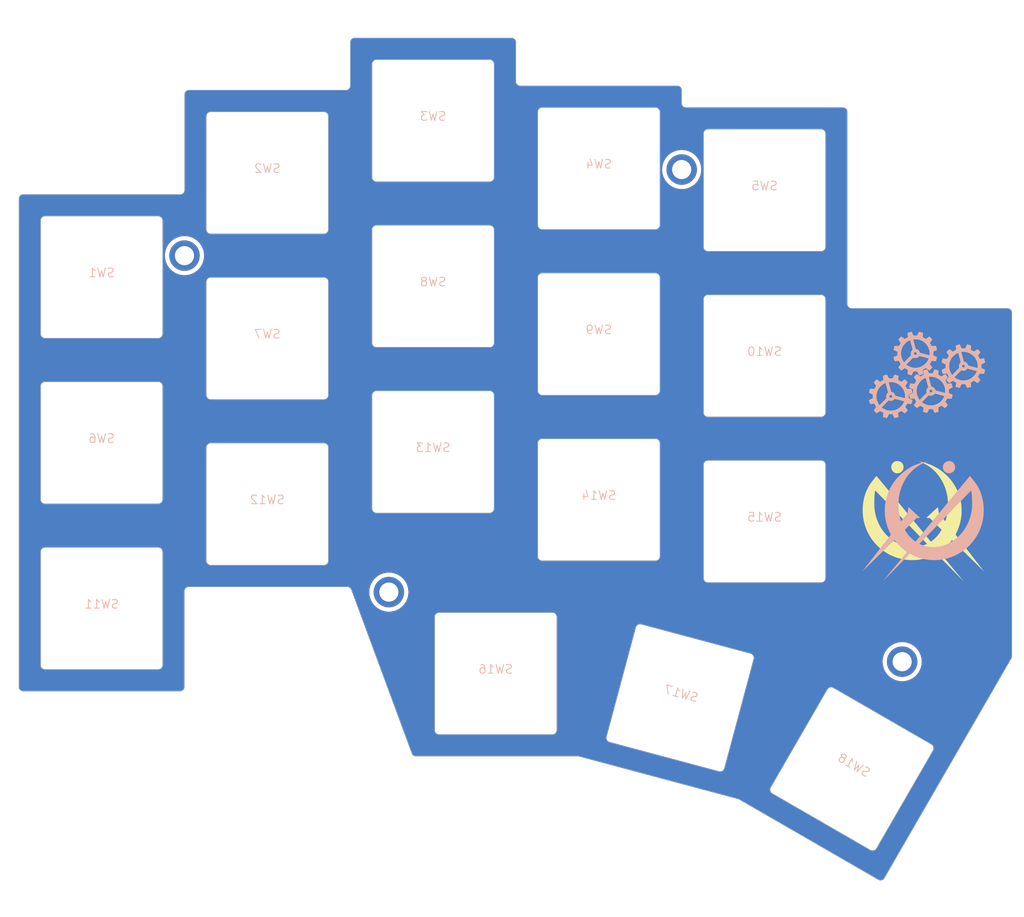
<source format=kicad_pcb>
(kicad_pcb (version 20241229) (generator "pcbnew") (generator_version "9.0")
  (layers (0 "F.Cu" signal) (2 "B.Cu" signal) (13 "F.Paste" user) (15 "B.Paste" user) (5 "F.SilkS" user "F.Silkscreen") (7 "B.SilkS" user "B.Silkscreen") (1 "F.Mask" user) (3 "B.Mask" user) (25 "Edge.Cuts" user))
  (net 0 "")
  (net 1 "GND")
  (footprint "MountingHole:MountingHole_2.2mm_M2_ISO7380_Pad" (layer "F.Cu") (at 186.542669 120.584892)
    (property "Reference" "H4" (hide yes))
    (property "Value" "MountingHole")
    (pad "1" thru_hole circle (at 0 0) (size 3.5 3.5) (drill 2.2) (layers "*.Cu" "*.Mask"))
  )
  (footprint "MountingHole:MountingHole_2.2mm_M2_ISO7380_Pad" (layer "F.Cu") (at 104.05061 73.887617)
    (property "Reference" "H1" (hide yes))
    (property "Value" "MountingHole")
    (pad "1" thru_hole circle (at 0 0) (size 3.5 3.5) (drill 2.2) (layers "*.Cu" "*.Mask"))
  )
  (footprint "MountingHole:MountingHole_2.2mm_M2_ISO7380_Pad" (layer "F.Cu") (at 127.542669 112.584892)
    (property "Reference" "H3" (hide yes))
    (property "Value" "MountingHole")
    (pad "1" thru_hole circle (at 0 0) (size 3.5 3.5) (drill 2.2) (layers "*.Cu" "*.Mask"))
  )
  (footprint "switch-plate:gears_silkscreen_double_sided" (layer "F.Cu") (at 189.5 87.5)
    (property "Reference" "G***" (hide yes))
    (property "Value" "LOGO" (hide yes))
  )
  (footprint "MountingHole:MountingHole_2.2mm_M2_ISO7380_Pad" (layer "F.Cu") (at 161.20061 63.984892)
    (property "Reference" "H2" (hide yes))
    (property "Value" "MountingHole")
    (pad "1" thru_hole circle (at 0 0) (size 3.5 3.5) (drill 2.2) (layers "*.Cu" "*.Mask"))
  )
  (footprint "switch-plate:copper_silkscreen_double_sided" (layer "F.Cu") (at 189 104.5)
    (property "Reference" "G***" (hide yes))
    (property "Value" "LOGO" (hide yes))
  )
  (footprint "switch-plate:Switch_Cut" (layer "B.Cu") (at 151.67561 82.912617 180)
    (property "Reference" "SW9" (at 0 0.5 0) (layer "B.SilkS") (effects (font (thickness 0.1)) (justify mirror)))
    (property "Value" "SW_Push")
    (fp_line (start 7 6.5) (end 7 -6.5) (stroke (width 0.05)) (layer "Edge.Cuts"))
    (fp_line (start 6.5 -7) (end -6.5 -7) (stroke (width 0.05)) (layer "Edge.Cuts"))
    (fp_line (start -6.5 7) (end 6.5 7) (stroke (width 0.05)) (layer "Edge.Cuts"))
    (fp_line (start -7 -6.5) (end -7 6.5) (stroke (width 0.05)) (layer "Edge.Cuts"))
    (fp_arc (start 7 6.5) (mid 6.853553 6.853553) (end 6.5 7) (stroke (width 0.05)) (layer "Edge.Cuts"))
    (fp_arc (start 6.5 -7) (mid 6.853553 -6.853553) (end 7 -6.5) (stroke (width 0.05)) (layer "Edge.Cuts"))
    (fp_arc (start -6.5 7) (mid -6.853553 6.853553) (end -7 6.5) (stroke (width 0.05)) (layer "Edge.Cuts"))
    (fp_arc (start -7 -6.5) (mid -6.853553 -6.853553) (end -6.5 -7) (stroke (width 0.05)) (layer "Edge.Cuts"))
  )
  (footprint "switch-plate:Switch_Cut" (layer "B.Cu") (at 151.67561 63.862617 180)
    (property "Reference" "SW4" (at 0 0.5 0) (layer "B.SilkS") (effects (font (thickness 0.1)) (justify mirror)))
    (property "Value" "SW_Push")
    (fp_line (start 7 6.5) (end 7 -6.5) (stroke (width 0.05)) (layer "Edge.Cuts"))
    (fp_line (start 6.5 -7) (end -6.5 -7) (stroke (width 0.05)) (layer "Edge.Cuts"))
    (fp_line (start -6.5 7) (end 6.5 7) (stroke (width 0.05)) (layer "Edge.Cuts"))
    (fp_line (start -7 -6.5) (end -7 6.5) (stroke (width 0.05)) (layer "Edge.Cuts"))
    (fp_arc (start 7 6.5) (mid 6.853553 6.853553) (end 6.5 7) (stroke (width 0.05)) (layer "Edge.Cuts"))
    (fp_arc (start 6.5 -7) (mid 6.853553 -6.853553) (end 7 -6.5) (stroke (width 0.05)) (layer "Edge.Cuts"))
    (fp_arc (start -6.5 7) (mid -6.853553 6.853553) (end -7 6.5) (stroke (width 0.05)) (layer "Edge.Cuts"))
    (fp_arc (start -7 -6.5) (mid -6.853553 -6.853553) (end -6.5 -7) (stroke (width 0.05)) (layer "Edge.Cuts"))
  )
  (footprint "switch-plate:Switch_Cut" (layer "B.Cu") (at 180.76361 132.921617 150)
    (property "Reference" "SW18" (at 0 0.5 330) (layer "B.SilkS") (effects (font (thickness 0.1)) (justify mirror)))
    (property "Value" "SW_Push")
    (fp_line (start 6.5 -7) (end -6.5 -7) (stroke (width 0.05)) (layer "Edge.Cuts"))
    (fp_line (start 7 6.5) (end 7 -6.5) (stroke (width 0.05)) (layer "Edge.Cuts"))
    (fp_line (start -7 -6.5) (end -7 6.5) (stroke (width 0.05)) (layer "Edge.Cuts"))
    (fp_line (start -6.5 7) (end 6.5 7) (stroke (width 0.05)) (layer "Edge.Cuts"))
    (fp_arc (start 6.5 -7) (mid 6.853553 -6.853554) (end 7 -6.5) (stroke (width 0.05)) (layer "Edge.Cuts"))
    (fp_arc (start 7 6.5) (mid 6.853554 6.853553) (end 6.5 7) (stroke (width 0.05)) (layer "Edge.Cuts"))
    (fp_arc (start -7 -6.5) (mid -6.853554 -6.853553) (end -6.5 -7) (stroke (width 0.05)) (layer "Edge.Cuts"))
    (fp_arc (start -6.5 7) (mid -6.853553 6.853554) (end -7 6.5) (stroke (width 0.05)) (layer "Edge.Cuts"))
  )
  (footprint "switch-plate:Switch_Cut" (layer "B.Cu") (at 94.52561 95.412617 180)
    (property "Reference" "SW6" (at 0 0.5 0) (layer "B.SilkS") (effects (font (thickness 0.1)) (justify mirror)))
    (property "Value" "SW_Push")
    (fp_line (start 7 6.5) (end 7 -6.5) (stroke (width 0.05)) (layer "Edge.Cuts"))
    (fp_line (start 6.5 -7) (end -6.5 -7) (stroke (width 0.05)) (layer "Edge.Cuts"))
    (fp_line (start -6.5 7) (end 6.5 7) (stroke (width 0.05)) (layer "Edge.Cuts"))
    (fp_line (start -7 -6.5) (end -7 6.5) (stroke (width 0.05)) (layer "Edge.Cuts"))
    (fp_arc (start 7 6.5) (mid 6.853553 6.853553) (end 6.5 7) (stroke (width 0.05)) (layer "Edge.Cuts"))
    (fp_arc (start 6.5 -7) (mid 6.853553 -6.853553) (end 7 -6.5) (stroke (width 0.05)) (layer "Edge.Cuts"))
    (fp_arc (start -6.5 7) (mid -6.853553 6.853553) (end -7 6.5) (stroke (width 0.05)) (layer "Edge.Cuts"))
    (fp_arc (start -7 -6.5) (mid -6.853553 -6.853553) (end -6.5 -7) (stroke (width 0.05)) (layer "Edge.Cuts"))
  )
  (footprint "switch-plate:Switch_Cut" (layer "B.Cu") (at 113.57561 83.412617 180)
    (property "Reference" "SW7" (at 0 0.5 0) (layer "B.SilkS") (effects (font (thickness 0.1)) (justify mirror)))
    (property "Value" "SW_Push")
    (fp_line (start 7 6.5) (end 7 -6.5) (stroke (width 0.05)) (layer "Edge.Cuts"))
    (fp_line (start 6.5 -7) (end -6.5 -7) (stroke (width 0.05)) (layer "Edge.Cuts"))
    (fp_line (start -6.5 7) (end 6.5 7) (stroke (width 0.05)) (layer "Edge.Cuts"))
    (fp_line (start -7 -6.5) (end -7 6.5) (stroke (width 0.05)) (layer "Edge.Cuts"))
    (fp_arc (start 7 6.5) (mid 6.853553 6.853553) (end 6.5 7) (stroke (width 0.05)) (layer "Edge.Cuts"))
    (fp_arc (start 6.5 -7) (mid 6.853553 -6.853553) (end 7 -6.5) (stroke (width 0.05)) (layer "Edge.Cuts"))
    (fp_arc (start -6.5 7) (mid -6.853553 6.853553) (end -7 6.5) (stroke (width 0.05)) (layer "Edge.Cuts"))
    (fp_arc (start -7 -6.5) (mid -6.853553 -6.853553) (end -6.5 -7) (stroke (width 0.05)) (layer "Edge.Cuts"))
  )
  (footprint "switch-plate:Switch_Cut" (layer "B.Cu") (at 94.52561 114.462617 180)
    (property "Reference" "SW11" (at 0 0.5 0) (layer "B.SilkS") (effects (font (thickness 0.1)) (justify mirror)))
    (property "Value" "SW_Push")
    (fp_line (start 7 6.5) (end 7 -6.5) (stroke (width 0.05)) (layer "Edge.Cuts"))
    (fp_line (start 6.5 -7) (end -6.5 -7) (stroke (width 0.05)) (layer "Edge.Cuts"))
    (fp_line (start -6.5 7) (end 6.5 7) (stroke (width 0.05)) (layer "Edge.Cuts"))
    (fp_line (start -7 -6.5) (end -7 6.5) (stroke (width 0.05)) (layer "Edge.Cuts"))
    (fp_arc (start 7 6.5) (mid 6.853553 6.853553) (end 6.5 7) (stroke (width 0.05)) (layer "Edge.Cuts"))
    (fp_arc (start 6.5 -7) (mid 6.853553 -6.853553) (end 7 -6.5) (stroke (width 0.05)) (layer "Edge.Cuts"))
    (fp_arc (start -6.5 7) (mid -6.853553 6.853553) (end -7 6.5) (stroke (width 0.05)) (layer "Edge.Cuts"))
    (fp_arc (start -7 -6.5) (mid -6.853553 -6.853553) (end -6.5 -7) (stroke (width 0.05)) (layer "Edge.Cuts"))
  )
  (footprint "switch-plate:Switch_Cut" (layer "B.Cu") (at 94.52561 76.362617 180)
    (property "Reference" "SW1" (at 0 0.5 0) (layer "B.SilkS") (effects (font (thickness 0.1)) (justify mirror)))
    (property "Value" "SW_Push")
    (fp_line (start 7 6.5) (end 7 -6.5) (stroke (width 0.05)) (layer "Edge.Cuts"))
    (fp_line (start 6.5 -7) (end -6.5 -7) (stroke (width 0.05)) (layer "Edge.Cuts"))
    (fp_line (start -6.5 7) (end 6.5 7) (stroke (width 0.05)) (layer "Edge.Cuts"))
    (fp_line (start -7 -6.5) (end -7 6.5) (stroke (width 0.05)) (layer "Edge.Cuts"))
    (fp_arc (start 7 6.5) (mid 6.853553 6.853553) (end 6.5 7) (stroke (width 0.05)) (layer "Edge.Cuts"))
    (fp_arc (start 6.5 -7) (mid 6.853553 -6.853553) (end 7 -6.5) (stroke (width 0.05)) (layer "Edge.Cuts"))
    (fp_arc (start -6.5 7) (mid -6.853553 6.853553) (end -7 6.5) (stroke (width 0.05)) (layer "Edge.Cuts"))
    (fp_arc (start -7 -6.5) (mid -6.853553 -6.853553) (end -6.5 -7) (stroke (width 0.05)) (layer "Edge.Cuts"))
  )
  (footprint "switch-plate:Switch_Cut" (layer "B.Cu") (at 170.72561 85.412617 180)
    (property "Reference" "SW10" (at 0 0.5 0) (layer "B.SilkS") (effects (font (thickness 0.1)) (justify mirror)))
    (property "Value" "SW_Push")
    (fp_line (start 7 6.5) (end 7 -6.5) (stroke (width 0.05)) (layer "Edge.Cuts"))
    (fp_line (start 6.5 -7) (end -6.5 -7) (stroke (width 0.05)) (layer "Edge.Cuts"))
    (fp_line (start -6.5 7) (end 6.5 7) (stroke (width 0.05)) (layer "Edge.Cuts"))
    (fp_line (start -7 -6.5) (end -7 6.5) (stroke (width 0.05)) (layer "Edge.Cuts"))
    (fp_arc (start 7 6.5) (mid 6.853553 6.853553) (end 6.5 7) (stroke (width 0.05)) (layer "Edge.Cuts"))
    (fp_arc (start 6.5 -7) (mid 6.853553 -6.853553) (end 7 -6.5) (stroke (width 0.05)) (layer "Edge.Cuts"))
    (fp_arc (start -6.5 7) (mid -6.853553 6.853553) (end -7 6.5) (stroke (width 0.05)) (layer "Edge.Cuts"))
    (fp_arc (start -7 -6.5) (mid -6.853553 -6.853553) (end -6.5 -7) (stroke (width 0.05)) (layer "Edge.Cuts"))
  )
  (footprint "switch-plate:Switch_Cut" (layer "B.Cu") (at 132.62561 77.412617 180)
    (property "Reference" "SW8" (at 0 0.5 0) (layer "B.SilkS") (effects (font (thickness 0.1)) (justify mirror)))
    (property "Value" "SW_Push")
    (fp_line (start 7 6.5) (end 7 -6.5) (stroke (width 0.05)) (layer "Edge.Cuts"))
    (fp_line (start 6.5 -7) (end -6.5 -7) (stroke (width 0.05)) (layer "Edge.Cuts"))
    (fp_line (start -6.5 7) (end 6.5 7) (stroke (width 0.05)) (layer "Edge.Cuts"))
    (fp_line (start -7 -6.5) (end -7 6.5) (stroke (width 0.05)) (layer "Edge.Cuts"))
    (fp_arc (start 7 6.5) (mid 6.853553 6.853553) (end 6.5 7) (stroke (width 0.05)) (layer "Edge.Cuts"))
    (fp_arc (start 6.5 -7) (mid 6.853553 -6.853553) (end 7 -6.5) (stroke (width 0.05)) (layer "Edge.Cuts"))
    (fp_arc (start -6.5 7) (mid -6.853553 6.853553) (end -7 6.5) (stroke (width 0.05)) (layer "Edge.Cuts"))
    (fp_arc (start -7 -6.5) (mid -6.853553 -6.853553) (end -6.5 -7) (stroke (width 0.05)) (layer "Edge.Cuts"))
  )
  (footprint "switch-plate:Switch_Cut" (layer "B.Cu") (at 170.72561 104.462617 180)
    (property "Reference" "SW15" (at 0 0.5 0) (layer "B.SilkS") (effects (font (thickness 0.1)) (justify mirror)))
    (property "Value" "SW_Push")
    (fp_line (start 7 6.5) (end 7 -6.5) (stroke (width 0.05)) (layer "Edge.Cuts"))
    (fp_line (start 6.5 -7) (end -6.5 -7) (stroke (width 0.05)) (layer "Edge.Cuts"))
    (fp_line (start -6.5 7) (end 6.5 7) (stroke (width 0.05)) (layer "Edge.Cuts"))
    (fp_line (start -7 -6.5) (end -7 6.5) (stroke (width 0.05)) (layer "Edge.Cuts"))
    (fp_arc (start 7 6.5) (mid 6.853553 6.853553) (end 6.5 7) (stroke (width 0.05)) (layer "Edge.Cuts"))
    (fp_arc (start 6.5 -7) (mid 6.853553 -6.853553) (end 7 -6.5) (stroke (width 0.05)) (layer "Edge.Cuts"))
    (fp_arc (start -6.5 7) (mid -6.853553 6.853553) (end -7 6.5) (stroke (width 0.05)) (layer "Edge.Cuts"))
    (fp_arc (start -7 -6.5) (mid -6.853553 -6.853553) (end -6.5 -7) (stroke (width 0.05)) (layer "Edge.Cuts"))
  )
  (footprint "switch-plate:Switch_Cut" (layer "B.Cu") (at 132.62561 96.462617 180)
    (property "Reference" "SW13" (at 0 0.5 0) (layer "B.SilkS") (effects (font (thickness 0.1)) (justify mirror)))
    (property "Value" "SW_Push")
    (fp_line (start 7 6.5) (end 7 -6.5) (stroke (width 0.05)) (layer "Edge.Cuts"))
    (fp_line (start 6.5 -7) (end -6.5 -7) (stroke (width 0.05)) (layer "Edge.Cuts"))
    (fp_line (start -6.5 7) (end 6.5 7) (stroke (width 0.05)) (layer "Edge.Cuts"))
    (fp_line (start -7 -6.5) (end -7 6.5) (stroke (width 0.05)) (layer "Edge.Cuts"))
    (fp_arc (start 7 6.5) (mid 6.853553 6.853553) (end 6.5 7) (stroke (width 0.05)) (layer "Edge.Cuts"))
    (fp_arc (start 6.5 -7) (mid 6.853553 -6.853553) (end 7 -6.5) (stroke (width 0.05)) (layer "Edge.Cuts"))
    (fp_arc (start -6.5 7) (mid -6.853553 6.853553) (end -7 6.5) (stroke (width 0.05)) (layer "Edge.Cuts"))
    (fp_arc (start -7 -6.5) (mid -6.853553 -6.853553) (end -6.5 -7) (stroke (width 0.05)) (layer "Edge.Cuts"))
  )
  (footprint "switch-plate:Switch_Cut" (layer "B.Cu") (at 113.57561 102.462617 180)
    (property "Reference" "SW12" (at 0 0.5 0) (layer "B.SilkS") (effects (font (thickness 0.1)) (justify mirror)))
    (property "Value" "SW_Push")
    (fp_line (start 7 6.5) (end 7 -6.5) (stroke (width 0.05)) (layer "Edge.Cuts"))
    (fp_line (start 6.5 -7) (end -6.5 -7) (stroke (width 0.05)) (layer "Edge.Cuts"))
    (fp_line (start -6.5 7) (end 6.5 7) (stroke (width 0.05)) (layer "Edge.Cuts"))
    (fp_line (start -7 -6.5) (end -7 6.5) (stroke (width 0.05)) (layer "Edge.Cuts"))
    (fp_arc (start 7 6.5) (mid 6.853553 6.853553) (end 6.5 7) (stroke (width 0.05)) (layer "Edge.Cuts"))
    (fp_arc (start 6.5 -7) (mid 6.853553 -6.853553) (end 7 -6.5) (stroke (width 0.05)) (layer "Edge.Cuts"))
    (fp_arc (start -6.5 7) (mid -6.853553 6.853553) (end -7 6.5) (stroke (width 0.05)) (layer "Edge.Cuts"))
    (fp_arc (start -7 -6.5) (mid -6.853553 -6.853553) (end -6.5 -7) (stroke (width 0.05)) (layer "Edge.Cuts"))
  )
  (footprint "switch-plate:Switch_Cut" (layer "B.Cu") (at 132.62561 58.362617 180)
    (property "Reference" "SW3" (at 0 0.5 0) (layer "B.SilkS") (effects (font (thickness 0.1)) (justify mirror)))
    (property "Value" "SW_Push")
    (fp_line (start 7 6.5) (end 7 -6.5) (stroke (width 0.05)) (layer "Edge.Cuts"))
    (fp_line (start 6.5 -7) (end -6.5 -7) (stroke (width 0.05)) (layer "Edge.Cuts"))
    (fp_line (start -6.5 7) (end 6.5 7) (stroke (width 0.05)) (layer "Edge.Cuts"))
    (fp_line (start -7 -6.5) (end -7 6.5) (stroke (width 0.05)) (layer "Edge.Cuts"))
    (fp_arc (start 7 6.5) (mid 6.853553 6.853553) (end 6.5 7) (stroke (width 0.05)) (layer "Edge.Cuts"))
    (fp_arc (start 6.5 -7) (mid 6.853553 -6.853553) (end 7 -6.5) (stroke (width 0.05)) (layer "Edge.Cuts"))
    (fp_arc (start -6.5 7) (mid -6.853553 6.853553) (end -7 6.5) (stroke (width 0.05)) (layer "Edge.Cuts"))
    (fp_arc (start -7 -6.5) (mid -6.853553 -6.853553) (end -6.5 -7) (stroke (width 0.05)) (layer "Edge.Cuts"))
  )
  (footprint "switch-plate:Switch_Cut" (layer "B.Cu") (at 161.01761 124.742617 165)
    (property "Reference" "SW17" (at 0 0.5 345) (layer "B.SilkS") (effects (font (thickness 0.1)) (justify mirror)))
    (property "Value" "SW_Push")
    (fp_line (start 6.5 -7) (end -6.500002 -7) (stroke (width 0.05)) (layer "Edge.Cuts"))
    (fp_line (start 7 6.5) (end 7 -6.500002) (stroke (width 0.05)) (layer "Edge.Cuts"))
    (fp_line (start -7 -6.5) (end -7 6.500002) (stroke (width 0.05)) (layer "Edge.Cuts"))
    (fp_line (start -6.5 7) (end 6.500002 7) (stroke (width 0.05)) (layer "Edge.Cuts"))
    (fp_arc (start 6.5 -7) (mid 6.853553 -6.853553) (end 7 -6.500002) (stroke (width 0.05)) (layer "Edge.Cuts"))
    (fp_arc (start 7 6.5) (mid 6.853553 6.853553) (end 6.500002 7) (stroke (width 0.05)) (layer "Edge.Cuts"))
    (fp_arc (start -7 -6.5) (mid -6.853553 -6.853553) (end -6.500002 -7) (stroke (width 0.05)) (layer "Edge.Cuts"))
    (fp_arc (start -6.5 7) (mid -6.853553 6.853553) (end -7 6.500002) (stroke (width 0.05)) (layer "Edge.Cuts"))
  )
  (footprint "switch-plate:Switch_Cut" (layer "B.Cu") (at 139.82661 121.952617 180)
    (property "Reference" "SW16" (at 0 0.5 0) (layer "B.SilkS") (effects (font (thickness 0.1)) (justify mirror)))
    (property "Value" "SW_Push")
    (fp_line (start 7 6.5) (end 7 -6.5) (stroke (width 0.05)) (layer "Edge.Cuts"))
    (fp_line (start 6.5 -7) (end -6.5 -7) (stroke (width 0.05)) (layer "Edge.Cuts"))
    (fp_line (start -6.5 7) (end 6.5 7) (stroke (width 0.05)) (layer "Edge.Cuts"))
    (fp_line (start -7 -6.5) (end -7 6.5) (stroke (width 0.05)) (layer "Edge.Cuts"))
    (fp_arc (start 7 6.5) (mid 6.853553 6.853553) (end 6.5 7) (stroke (width 0.05)) (layer "Edge.Cuts"))
    (fp_arc (start 6.5 -7) (mid 6.853553 -6.853553) (end 7 -6.5) (stroke (width 0.05)) (layer "Edge.Cuts"))
    (fp_arc (start -6.5 7) (mid -6.853553 6.853553) (end -7 6.5) (stroke (width 0.05)) (layer "Edge.Cuts"))
    (fp_arc (start -7 -6.5) (mid -6.853553 -6.853553) (end -6.5 -7) (stroke (width 0.05)) (layer "Edge.Cuts"))
  )
  (footprint "switch-plate:Switch_Cut" (layer "B.Cu") (at 151.67561 101.962617 180)
    (property "Reference" "SW14" (at 0 0.5 0) (layer "B.SilkS") (effects (font (thickness 0.1)) (justify mirror)))
    (property "Value" "SW_Push")
    (fp_line (start 7 6.5) (end 7 -6.5) (stroke (width 0.05)) (layer "Edge.Cuts"))
    (fp_line (start 6.5 -7) (end -6.5 -7) (stroke (width 0.05)) (layer "Edge.Cuts"))
    (fp_line (start -6.5 7) (end 6.5 7) (stroke (width 0.05)) (layer "Edge.Cuts"))
    (fp_line (start -7 -6.5) (end -7 6.5) (stroke (width 0.05)) (layer "Edge.Cuts"))
    (fp_arc (start 7 6.5) (mid 6.853553 6.853553) (end 6.5 7) (stroke (width 0.05)) (layer "Edge.Cuts"))
    (fp_arc (start 6.5 -7) (mid 6.853553 -6.853553) (end 7 -6.5) (stroke (width 0.05)) (layer "Edge.Cuts"))
    (fp_arc (start -6.5 7) (mid -6.853553 6.853553) (end -7 6.5) (stroke (width 0.05)) (layer "Edge.Cuts"))
    (fp_arc (start -7 -6.5) (mid -6.853553 -6.853553) (end -6.5 -7) (stroke (width 0.05)) (layer "Edge.Cuts"))
  )
  (footprint "switch-plate:Switch_Cut" (layer "B.Cu") (at 170.72561 66.362617 180)
    (property "Reference" "SW5" (at 0 0.5 0) (layer "B.SilkS") (effects (font (thickness 0.1)) (justify mirror)))
    (property "Value" "SW_Push")
    (fp_line (start 7 6.5) (end 7 -6.5) (stroke (width 0.05)) (layer "Edge.Cuts"))
    (fp_line (start 6.5 -7) (end -6.5 -7) (stroke (width 0.05)) (layer "Edge.Cuts"))
    (fp_line (start -6.5 7) (end 6.5 7) (stroke (width 0.05)) (layer "Edge.Cuts"))
    (fp_line (start -7 -6.5) (end -7 6.5) (stroke (width 0.05)) (layer "Edge.Cuts"))
    (fp_arc (start 7 6.5) (mid 6.853553 6.853553) (end 6.5 7) (stroke (width 0.05)) (layer "Edge.Cuts"))
    (fp_arc (start 6.5 -7) (mid 6.853553 -6.853553) (end 7 -6.5) (stroke (width 0.05)) (layer "Edge.Cuts"))
    (fp_arc (start -6.5 7) (mid -6.853553 6.853553) (end -7 6.5) (stroke (width 0.05)) (layer "Edge.Cuts"))
    (fp_arc (start -7 -6.5) (mid -6.853553 -6.853553) (end -6.5 -7) (stroke (width 0.05)) (layer "Edge.Cuts"))
  )
  (footprint "switch-plate:Switch_Cut" (layer "B.Cu") (at 113.57561 64.362617 180)
    (property "Reference" "SW2" (at 0 0.5 0) (layer "B.SilkS") (effects (font (thickness 0.1)) (justify mirror)))
    (property "Value" "SW_Push")
    (fp_line (start 7 6.5) (end 7 -6.5) (stroke (width 0.05)) (layer "Edge.Cuts"))
    (fp_line (start 6.5 -7) (end -6.5 -7) (stroke (width 0.05)) (layer "Edge.Cuts"))
    (fp_line (start -6.5 7) (end 6.5 7) (stroke (width 0.05)) (layer "Edge.Cuts"))
    (fp_line (start -7 -6.5) (end -7 6.5) (stroke (width 0.05)) (layer "Edge.Cuts"))
    (fp_arc (start 7 6.5) (mid 6.853553 6.853553) (end 6.5 7) (stroke (width 0.05)) (layer "Edge.Cuts"))
    (fp_arc (start 6.5 -7) (mid 6.853553 -6.853553) (end 7 -6.5) (stroke (width 0.05)) (layer "Edge.Cuts"))
    (fp_arc (start -6.5 7) (mid -6.853553 6.853553) (end -7 6.5) (stroke (width 0.05)) (layer "Edge.Cuts"))
    (fp_arc (start -7 -6.5) (mid -6.853553 -6.853553) (end -6.5 -7) (stroke (width 0.05)) (layer "Edge.Cuts"))
  )
  (gr_arc (start 104.05061 123.487617) (mid 103.904153 123.841165) (end 103.55061 123.987617) (stroke (width 0.05)) (layer "Edge.Cuts"))
  (gr_line (start 122.75231 111.987617) (end 104.55061 111.987617) (stroke (width 0.05)) (layer "Edge.Cuts"))
  (gr_line (start 199.16561 80.437617) (end 199.16561 119.964444) (stroke (width 0.05)) (layer "Edge.Cuts"))
  (gr_line (start 130.1809 131.150907) (end 123.221321 112.314331) (stroke (width 0.05)) (layer "Edge.Cuts"))
  (gr_arc (start 142.65061 54.337617) (mid 142.297041 54.191187) (end 142.15061 53.837617) (stroke (width 0.05)) (layer "Edge.Cuts"))
  (gr_line (start 161.20061 54.837617) (end 161.20061 56.337617) (stroke (width 0.05)) (layer "Edge.Cuts"))
  (gr_line (start 142.15061 49.337617) (end 142.15061 53.837617) (stroke (width 0.05)) (layer "Edge.Cuts"))
  (gr_line (start 161.70061 56.837617) (end 179.75061 56.837617) (stroke (width 0.05)) (layer "Edge.Cuts"))
  (gr_arc (start 199.16561 119.964444) (mid 199.148573 120.093853) (end 199.098623 120.214444) (stroke (width 0.05)) (layer "Edge.Cuts"))
  (gr_line (start 149.286091 131.477808) (end 130.649906 131.477621) (stroke (width 0.05)) (layer "Edge.Cuts"))
  (gr_arc (start 160.70061 54.337617) (mid 161.054148 54.48408) (end 161.20061 54.837617) (stroke (width 0.05)) (layer "Edge.Cuts"))
  (gr_line (start 104.05061 123.487617) (end 104.05061 112.487617) (stroke (width 0.05)) (layer "Edge.Cuts"))
  (gr_arc (start 161.70061 56.837617) (mid 161.347041 56.691187) (end 161.20061 56.337617) (stroke (width 0.05)) (layer "Edge.Cuts"))
  (gr_arc (start 123.10061 54.337617) (mid 122.954153 54.691165) (end 122.60061 54.837617) (stroke (width 0.05)) (layer "Edge.Cuts"))
  (gr_line (start 142.65061 54.337617) (end 160.70061 54.337617) (stroke (width 0.05)) (layer "Edge.Cuts"))
  (gr_line (start 103.55061 123.987617) (end 85.50061 123.987617) (stroke (width 0.05)) (layer "Edge.Cuts"))
  (gr_line (start 180.75061 79.937617) (end 198.66561 79.937617) (stroke (width 0.05)) (layer "Edge.Cuts"))
  (gr_line (start 167.688563 136.391099) (end 149.415495 131.494845) (stroke (width 0.05)) (layer "Edge.Cuts"))
  (gr_arc (start 104.05061 55.337617) (mid 104.197046 54.984059) (end 104.55061 54.837617) (stroke (width 0.05)) (layer "Edge.Cuts"))
  (gr_line (start 104.05061 66.337617) (end 104.05061 55.337617) (stroke (width 0.05)) (layer "Edge.Cuts"))
  (gr_line (start 104.55061 54.837617) (end 122.60061 54.837617) (stroke (width 0.05)) (layer "Edge.Cuts"))
  (gr_arc (start 198.66561 79.937617) (mid 199.019151 80.084068) (end 199.16561 80.437617) (stroke (width 0.05)) (layer "Edge.Cuts"))
  (gr_arc (start 104.05061 112.487617) (mid 104.197057 112.134064) (end 104.55061 111.987617) (stroke (width 0.05)) (layer "Edge.Cuts"))
  (gr_line (start 184.5 145.5) (end 199.098623 120.214444) (stroke (width 0.05)) (layer "Edge.Cuts"))
  (gr_arc (start 180.75061 79.937617) (mid 180.397044 79.791175) (end 180.25061 79.437617) (stroke (width 0.05)) (layer "Edge.Cuts"))
  (gr_line (start 123.60061 48.837617) (end 141.65061 48.837617) (stroke (width 0.05)) (layer "Edge.Cuts"))
  (gr_arc (start 179.75061 56.837617) (mid 180.104151 56.984068) (end 180.25061 57.337617) (stroke (width 0.05)) (layer "Edge.Cuts"))
  (gr_line (start 183.816991 145.683014) (end 167.809151 136.441048) (stroke (width 0.05)) (layer "Edge.Cuts"))
  (gr_arc (start 123.10061 49.337617) (mid 123.247046 48.984059) (end 123.60061 48.837617) (stroke (width 0.05)) (layer "Edge.Cuts"))
  (gr_line (start 85.00061 123.487617) (end 85.00061 67.337617) (stroke (width 0.05)) (layer "Edge.Cuts"))
  (gr_arc (start 130.649906 131.477621) (mid 130.364092 131.387928) (end 130.1809 131.150907) (stroke (width 0.05)) (layer "Edge.Cuts"))
  (gr_arc (start 85.00061 67.337617) (mid 85.147051 66.984057) (end 85.50061 66.837617) (stroke (width 0.05)) (layer "Edge.Cuts"))
  (gr_arc (start 141.65061 48.837617) (mid 142.004148 48.98408) (end 142.15061 49.337617) (stroke (width 0.05)) (layer "Edge.Cuts"))
  (gr_arc (start 122.75231 111.987617) (mid 123.038116 112.077334) (end 123.221321 112.314331) (stroke (width 0.05)) (layer "Edge.Cuts"))
  (gr_arc (start 184.5 145.5) (mid 184.196394 145.732975) (end 183.816991 145.683014) (stroke (width 0.05)) (layer "Edge.Cuts"))
  (gr_arc (start 149.286091 131.477808) (mid 149.35135 131.48209) (end 149.415495 131.494845) (stroke (width 0.05)) (layer "Edge.Cuts"))
  (gr_line (start 103.55061 66.837617) (end 85.50061 66.837617) (stroke (width 0.05)) (layer "Edge.Cuts"))
  (gr_arc (start 85.50061 123.987617) (mid 85.14705 123.841176) (end 85.00061 123.487617) (stroke (width 0.05)) (layer "Edge.Cuts"))
  (gr_arc (start 167.688563 136.391099) (mid 167.750494 136.412121) (end 167.809151 136.441048) (stroke (width 0.05)) (layer "Edge.Cuts"))
  (gr_line (start 180.25061 57.337617) (end 180.25061 79.437617) (stroke (width 0.05)) (layer "Edge.Cuts"))
  (gr_line (start 123.10061 54.337617) (end 123.10061 49.337617) (stroke (width 0.05)) (layer "Edge.Cuts"))
  (gr_arc (start 104.05061 66.337617) (mid 103.904153 66.691165) (end 103.55061 66.837617) (stroke (width 0.05)) (layer "Edge.Cuts"))
  (zone (net 1) (net_name "GND") (layers "F.Cu" "B.Cu") (connect_pads (clearance 0.5)) (min_thickness 0.25) (fill yes (thermal_gap 0.5) (thermal_bridge_width 0.5))
    (polygon (pts (xy 82.84471 46.986985) (xy 84.34471 147.486985) (xy 200.485664 149.986985) (xy 200.552651 44.486985)))
  )
)
</source>
